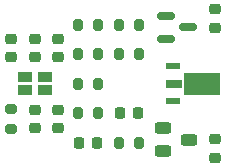
<source format=gbp>
G04 #@! TF.GenerationSoftware,KiCad,Pcbnew,9.0.1-9.0.1-0~ubuntu25.04.1*
G04 #@! TF.CreationDate,2025-05-06T20:57:22+10:00*
G04 #@! TF.ProjectId,MiniUNO,4d696e69-554e-44f2-9e6b-696361645f70,rev?*
G04 #@! TF.SameCoordinates,Original*
G04 #@! TF.FileFunction,Paste,Bot*
G04 #@! TF.FilePolarity,Positive*
%FSLAX46Y46*%
G04 Gerber Fmt 4.6, Leading zero omitted, Abs format (unit mm)*
G04 Created by KiCad (PCBNEW 9.0.1-9.0.1-0~ubuntu25.04.1) date 2025-05-06 20:57:22*
%MOMM*%
%LPD*%
G01*
G04 APERTURE LIST*
G04 Aperture macros list*
%AMRoundRect*
0 Rectangle with rounded corners*
0 $1 Rounding radius*
0 $2 $3 $4 $5 $6 $7 $8 $9 X,Y pos of 4 corners*
0 Add a 4 corners polygon primitive as box body*
4,1,4,$2,$3,$4,$5,$6,$7,$8,$9,$2,$3,0*
0 Add four circle primitives for the rounded corners*
1,1,$1+$1,$2,$3*
1,1,$1+$1,$4,$5*
1,1,$1+$1,$6,$7*
1,1,$1+$1,$8,$9*
0 Add four rect primitives between the rounded corners*
20,1,$1+$1,$2,$3,$4,$5,0*
20,1,$1+$1,$4,$5,$6,$7,0*
20,1,$1+$1,$6,$7,$8,$9,0*
20,1,$1+$1,$8,$9,$2,$3,0*%
G04 Aperture macros list end*
%ADD10RoundRect,0.225000X0.250000X-0.225000X0.250000X0.225000X-0.250000X0.225000X-0.250000X-0.225000X0*%
%ADD11RoundRect,0.225000X0.225000X0.250000X-0.225000X0.250000X-0.225000X-0.250000X0.225000X-0.250000X0*%
%ADD12RoundRect,0.200000X-0.200000X-0.275000X0.200000X-0.275000X0.200000X0.275000X-0.200000X0.275000X0*%
%ADD13R,1.300500X0.900500*%
%ADD14RoundRect,0.200000X0.200000X0.275000X-0.200000X0.275000X-0.200000X-0.275000X0.200000X-0.275000X0*%
%ADD15RoundRect,0.200000X0.275000X-0.200000X0.275000X0.200000X-0.275000X0.200000X-0.275000X-0.200000X0*%
%ADD16R,1.300000X0.550000*%
%ADD17R,1.475000X0.800000*%
%ADD18R,3.125000X1.850000*%
%ADD19RoundRect,0.250000X-0.450000X-0.250000X0.450000X-0.250000X0.450000X0.250000X-0.450000X0.250000X0*%
%ADD20RoundRect,0.225000X-0.250000X0.225000X-0.250000X-0.225000X0.250000X-0.225000X0.250000X0.225000X0*%
%ADD21RoundRect,0.150000X-0.587500X-0.150000X0.587500X-0.150000X0.587500X0.150000X-0.587500X0.150000X0*%
G04 APERTURE END LIST*
D10*
G04 #@! TO.C,C1*
X-3500000Y2225000D03*
X-3500000Y3775000D03*
G04 #@! TD*
D11*
G04 #@! TO.C,C6*
X5275000Y-2500000D03*
X3725000Y-2500000D03*
G04 #@! TD*
D12*
G04 #@! TO.C,R4*
X175000Y2500000D03*
X1825000Y2500000D03*
G04 #@! TD*
D10*
G04 #@! TO.C,C3*
X-5500000Y2225000D03*
X-5500000Y3775000D03*
G04 #@! TD*
D13*
G04 #@! TO.C,Y1*
X-4349750Y549750D03*
X-2650250Y549750D03*
X-2650250Y-549750D03*
X-4349750Y-549750D03*
G04 #@! TD*
D10*
G04 #@! TO.C,C4*
X-3500000Y-3775000D03*
X-3500000Y-2225000D03*
G04 #@! TD*
D14*
G04 #@! TO.C,R2*
X1825000Y0D03*
X175000Y0D03*
G04 #@! TD*
D11*
G04 #@! TO.C,C7*
X1775000Y-5000000D03*
X225000Y-5000000D03*
G04 #@! TD*
D12*
G04 #@! TO.C,R5*
X175000Y5000000D03*
X1825000Y5000000D03*
G04 #@! TD*
D10*
G04 #@! TO.C,C5*
X-1500000Y-3775000D03*
X-1500000Y-2225000D03*
G04 #@! TD*
G04 #@! TO.C,C2*
X-1500000Y2225000D03*
X-1500000Y3775000D03*
G04 #@! TD*
D12*
G04 #@! TO.C,R7*
X3675000Y5000000D03*
X5325000Y5000000D03*
G04 #@! TD*
G04 #@! TO.C,R8*
X3675000Y-5000000D03*
X5325000Y-5000000D03*
G04 #@! TD*
D15*
G04 #@! TO.C,R3*
X-5500000Y-3825000D03*
X-5500000Y-2175000D03*
G04 #@! TD*
D14*
G04 #@! TO.C,R1*
X5325000Y2500000D03*
X3675000Y2500000D03*
G04 #@! TD*
D12*
G04 #@! TO.C,R6*
X175000Y-2500000D03*
X1825000Y-2500000D03*
G04 #@! TD*
D16*
G04 #@! TO.C,IC1*
X8250000Y-1500000D03*
D17*
X8338000Y0D03*
D18*
X10638000Y0D03*
D16*
X8250000Y1500000D03*
G04 #@! TD*
D10*
G04 #@! TO.C,C8*
X11750000Y4725000D03*
X11750000Y6275000D03*
G04 #@! TD*
D19*
G04 #@! TO.C,Q1*
X7400000Y-5700000D03*
X7400000Y-3800000D03*
X9600000Y-4750000D03*
G04 #@! TD*
D20*
G04 #@! TO.C,C9*
X11750000Y-4725000D03*
X11750000Y-6275000D03*
G04 #@! TD*
D21*
G04 #@! TO.C,Q2*
X7625000Y3800000D03*
X7625000Y5700000D03*
X9500000Y4750000D03*
G04 #@! TD*
M02*

</source>
